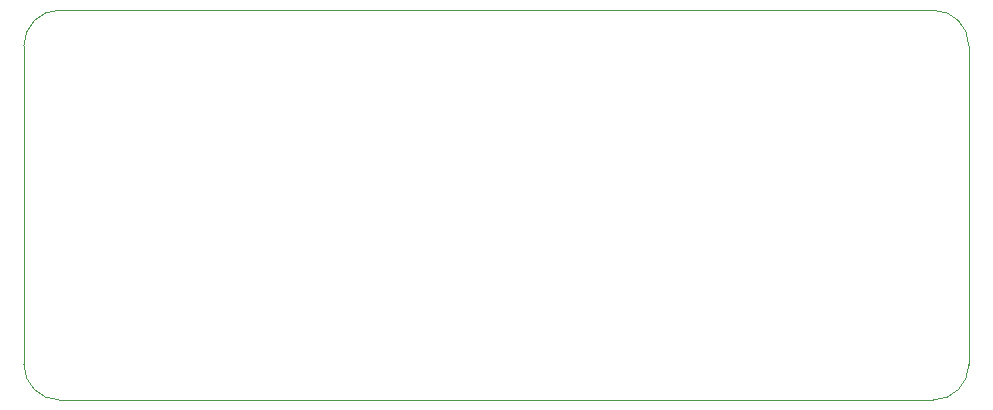
<source format=gbr>
%TF.GenerationSoftware,KiCad,Pcbnew,9.0.6*%
%TF.CreationDate,2026-02-05T22:19:05+05:30*%
%TF.ProjectId,Vitalung_V0.1,56697461-6c75-46e6-975f-56302e312e6b,0.1*%
%TF.SameCoordinates,PX7057c40PY68e7780*%
%TF.FileFunction,Profile,NP*%
%FSLAX46Y46*%
G04 Gerber Fmt 4.6, Leading zero omitted, Abs format (unit mm)*
G04 Created by KiCad (PCBNEW 9.0.6) date 2026-02-05 22:19:05*
%MOMM*%
%LPD*%
G01*
G04 APERTURE LIST*
%TA.AperFunction,Profile*%
%ADD10C,0.050000*%
%TD*%
G04 APERTURE END LIST*
D10*
X0Y3000000D02*
X0Y30000000D01*
X77000000Y33000000D02*
G75*
G02*
X80000000Y30000000I0J-3000000D01*
G01*
X0Y30000000D02*
G75*
G02*
X3000000Y33000000I3000000J0D01*
G01*
X80000000Y3000000D02*
G75*
G02*
X77000000Y0I-3000000J0D01*
G01*
X77000000Y33000000D02*
X3000000Y33000000D01*
X80000000Y30000000D02*
X80000000Y3000000D01*
X77000000Y0D02*
X3000000Y0D01*
X3000000Y0D02*
G75*
G02*
X0Y3000000I0J3000000D01*
G01*
M02*

</source>
